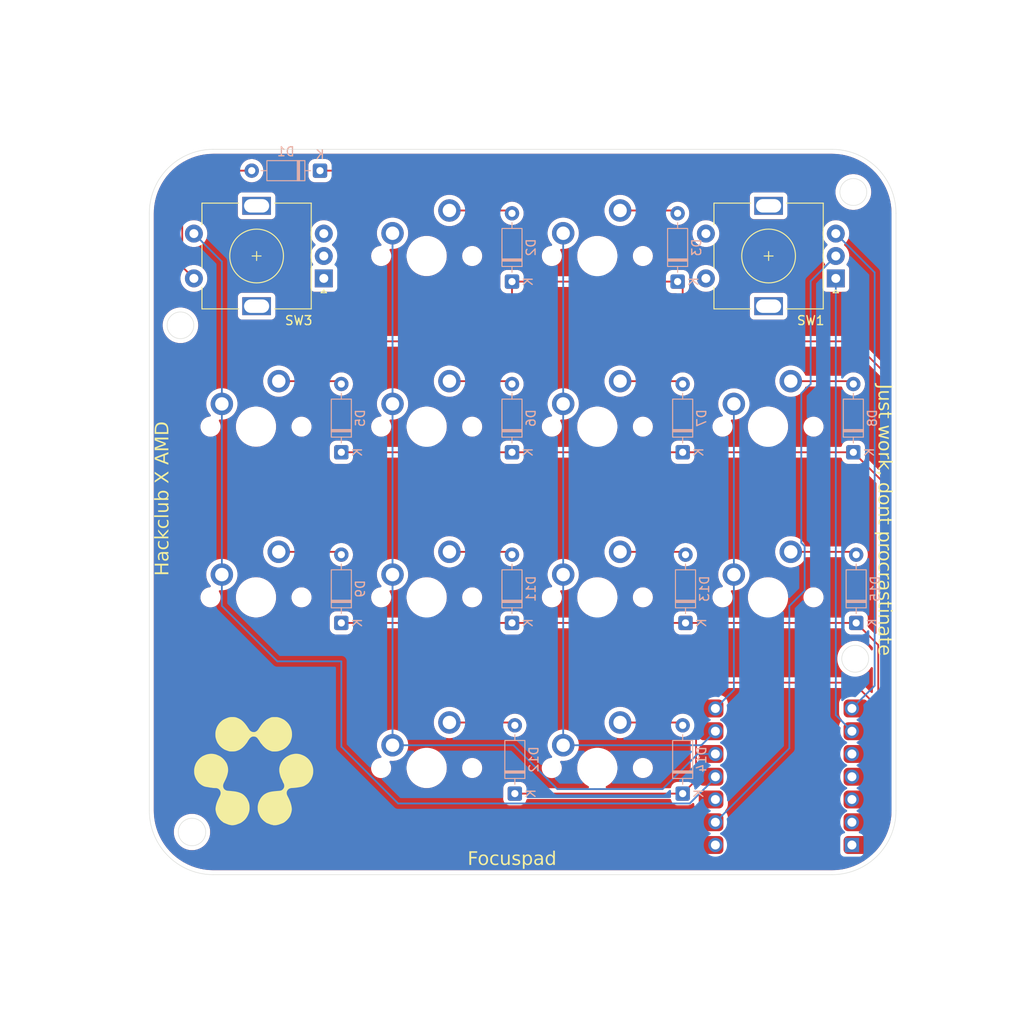
<source format=kicad_pcb>
(kicad_pcb (version 20241229) (generator "pcbnew") (generator_version "9.0")
  (layers (0 "F.Cu" signal) (2 "B.Cu" signal) (13 "F.Paste" user) (15 "B.Paste" user) (5 "F.SilkS" user "F.Silkscreen") (7 "B.SilkS" user "B.Silkscreen") (1 "F.Mask" user) (3 "B.Mask" user) (25 "Edge.Cuts" user))
  (net 0 "")
  (net 1 "Net-(D2-A)")
  (net 2 "Row1")
  (net 3 "Net-(D3-A)")
  (net 4 "Row2")
  (net 5 "Net-(D5-A)")
  (net 6 "Net-(D6-A)")
  (net 7 "Net-(D7-A)")
  (net 8 "Net-(D8-A)")
  (net 9 "Net-(D9-A)")
  (net 10 "Column 2")
  (net 11 "Net-(D11-A)")
  (net 12 "Row4")
  (net 13 "Net-(D12-A)")
  (net 14 "Net-(D13-A)")
  (net 15 "Net-(D14-A)")
  (net 16 "Net-(D15-A)")
  (net 17 "Column 3")
  (net 18 "Column 1")
  (net 19 "Column 4")
  (net 20 "ENC2_1a")
  (net 21 "ENC2_1c")
  (net 24 "ENC2_1b")
  (net 30 "Net-(D1-A)")
  (footprint "Rotary_Encoder:RotaryEncoder_Alps_EC11E-Switch_Vertical_H20mm" (layer "F.Cu") (at 101.865 84.74 180)
    (property "Reference" "SW1" (at 2.8 -4.7 0) (layer "F.SilkS"))
    (property "Value" "RotaryEncoder_Switch")
    (pad "A" thru_hole rect (at 0 0 180) (size 2 2) (drill 1) (layers "*.Cu" "*.Mask") (net 20 "ENC2_1a"))
    (pad "B" thru_hole circle (at 0 5 180) (size 2 2) (drill 1) (layers "*.Cu" "*.Mask") (net 24 "ENC2_1b"))
    (pad "C" thru_hole circle (at 0 2.5 180) (size 2 2) (drill 1) (layers "*.Cu" "*.Mask") (net 21 "ENC2_1c"))
    (pad "MP" thru_hole rect (at 7.5 -3.1 180) (size 3.2 2) (drill oval 2.8 1.5) (layers "*.Cu" "*.Mask"))
    (pad "MP" thru_hole rect (at 7.5 8.1 180) (size 3.2 2) (drill oval 2.8 1.5) (layers "*.Cu" "*.Mask"))
    (pad "S1" thru_hole circle (at 14.5 5 180) (size 2 2) (drill 1) (layers "*.Cu" "*.Mask"))
    (pad "S2" thru_hole circle (at 14.5 0 180) (size 2 2) (drill 1) (layers "*.Cu" "*.Mask"))
  )
  (footprint "ScottoKeebs_Scotto:MX_Solder_1.00u" (layer "F.Cu") (at 56.1975 82.24)
    (property "Reference" "S2" (hide yes))
    (property "Value" "~")
    (pad "" np_thru_hole circle (at -5.08 0) (size 1.75 1.75) (drill 1.75) (layers "*.Cu" "*.Mask"))
    (pad "" np_thru_hole circle (at 0 0) (size 4 4) (drill 4) (layers "*.Cu" "*.Mask"))
    (pad "" np_thru_hole circle (at 5.08 0) (size 1.75 1.75) (drill 1.75) (layers "*.Cu" "*.Mask"))
    (pad "1" thru_hole circle (at -3.81 -2.54) (size 2.5 2.5) (drill 1.5) (layers "*.Cu" "*.Mask") (net 10 "Column 2"))
    (pad "2" thru_hole circle (at 2.54 -5.08) (size 2.5 2.5) (drill 1.5) (layers "*.Cu" "*.Mask") (net 1 "Net-(D2-A)"))
  )
  (footprint "ScottoKeebs_Scotto:MX_Solder_1.00u" (layer "F.Cu") (at 75.2475 139.39)
    (property "Reference" "S14" (hide yes))
    (property "Value" "~")
    (pad "" np_thru_hole circle (at -5.08 0) (size 1.75 1.75) (drill 1.75) (layers "*.Cu" "*.Mask"))
    (pad "" np_thru_hole circle (at 0 0) (size 4 4) (drill 4) (layers "*.Cu" "*.Mask"))
    (pad "" np_thru_hole circle (at 5.08 0) (size 1.75 1.75) (drill 1.75) (layers "*.Cu" "*.Mask"))
    (pad "1" thru_hole circle (at -3.81 -2.54) (size 2.5 2.5) (drill 1.5) (layers "*.Cu" "*.Mask") (net 17 "Column 3"))
    (pad "2" thru_hole circle (at 2.54 -5.08) (size 2.5 2.5) (drill 1.5) (layers "*.Cu" "*.Mask") (net 15 "Net-(D14-A)"))
  )
  (footprint "ScottoKeebs_Scotto:MX_Solder_1.00u" (layer "F.Cu") (at 75.2475 101.29)
    (property "Reference" "S7" (hide yes))
    (property "Value" "~")
    (pad "" np_thru_hole circle (at -5.08 0) (size 1.75 1.75) (drill 1.75) (layers "*.Cu" "*.Mask"))
    (pad "" np_thru_hole circle (at 0 0) (size 4 4) (drill 4) (layers "*.Cu" "*.Mask"))
    (pad "" np_thru_hole circle (at 5.08 0) (size 1.75 1.75) (drill 1.75) (layers "*.Cu" "*.Mask"))
    (pad "1" thru_hole circle (at -3.81 -2.54) (size 2.5 2.5) (drill 1.5) (layers "*.Cu" "*.Mask") (net 17 "Column 3"))
    (pad "2" thru_hole circle (at 2.54 -5.08) (size 2.5 2.5) (drill 1.5) (layers "*.Cu" "*.Mask") (net 7 "Net-(D7-A)"))
  )
  (footprint "ScottoKeebs_Scotto:MX_Solder_1.00u" (layer "F.Cu") (at 94.2975 101.29)
    (property "Reference" "S8" (hide yes))
    (property "Value" "~")
    (pad "" np_thru_hole circle (at -5.08 0) (size 1.75 1.75) (drill 1.75) (layers "*.Cu" "*.Mask"))
    (pad "" np_thru_hole circle (at 0 0) (size 4 4) (drill 4) (layers "*.Cu" "*.Mask"))
    (pad "" np_thru_hole circle (at 5.08 0) (size 1.75 1.75) (drill 1.75) (layers "*.Cu" "*.Mask"))
    (pad "1" thru_hole circle (at -3.81 -2.54) (size 2.5 2.5) (drill 1.5) (layers "*.Cu" "*.Mask") (net 19 "Column 4"))
    (pad "2" thru_hole circle (at 2.54 -5.08) (size 2.5 2.5) (drill 1.5) (layers "*.Cu" "*.Mask") (net 8 "Net-(D8-A)"))
  )
  (footprint "ScottoKeebs_Scotto:MX_Solder_1.00u" (layer "F.Cu") (at 56.1975 120.34)
    (property "Reference" "S11" (hide yes))
    (property "Value" "~")
    (pad "" np_thru_hole circle (at -5.08 0) (size 1.75 1.75) (drill 1.75) (layers "*.Cu" "*.Mask"))
    (pad "" np_thru_hole circle (at 0 0) (size 4 4) (drill 4) (layers "*.Cu" "*.Mask"))
    (pad "" np_thru_hole circle (at 5.08 0) (size 1.75 1.75) (drill 1.75) (layers "*.Cu" "*.Mask"))
    (pad "1" thru_hole circle (at -3.81 -2.54) (size 2.5 2.5) (drill 1.5) (layers "*.Cu" "*.Mask") (net 10 "Column 2"))
    (pad "2" thru_hole circle (at 2.54 -5.08) (size 2.5 2.5) (drill 1.5) (layers "*.Cu" "*.Mask") (net 11 "Net-(D11-A)"))
  )
  (footprint "ScottoKeebs_Scotto:MX_Solder_1.00u" (layer "F.Cu") (at 94.2975 120.34)
    (property "Reference" "S15" (hide yes))
    (property "Value" "~")
    (pad "" np_thru_hole circle (at -5.08 0) (size 1.75 1.75) (drill 1.75) (layers "*.Cu" "*.Mask"))
    (pad "" np_thru_hole circle (at 0 0) (size 4 4) (drill 4) (layers "*.Cu" "*.Mask"))
    (pad "" np_thru_hole circle (at 5.08 0) (size 1.75 1.75) (drill 1.75) (layers "*.Cu" "*.Mask"))
    (pad "1" thru_hole circle (at -3.81 -2.54) (size 2.5 2.5) (drill 1.5) (layers "*.Cu" "*.Mask") (net 19 "Column 4"))
    (pad "2" thru_hole circle (at 2.54 -5.08) (size 2.5 2.5) (drill 1.5) (layers "*.Cu" "*.Mask") (net 16 "Net-(D15-A)"))
  )
  (footprint "ScottoKeebs_Scotto:MX_Solder_1.00u" (layer "F.Cu") (at 75.2475 82.24)
    (property "Reference" "S3" (hide yes))
    (property "Value" "~")
    (pad "" np_thru_hole circle (at -5.08 0) (size 1.75 1.75) (drill 1.75) (layers "*.Cu" "*.Mask"))
    (pad "" np_thru_hole circle (at 0 0) (size 4 4) (drill 4) (layers "*.Cu" "*.Mask"))
    (pad "" np_thru_hole circle (at 5.08 0) (size 1.75 1.75) (drill 1.75) (layers "*.Cu" "*.Mask"))
    (pad "1" thru_hole circle (at -3.81 -2.54) (size 2.5 2.5) (drill 1.5) (layers "*.Cu" "*.Mask") (net 17 "Column 3"))
    (pad "2" thru_hole circle (at 2.54 -5.08) (size 2.5 2.5) (drill 1.5) (layers "*.Cu" "*.Mask") (net 3 "Net-(D3-A)"))
  )
  (footprint "ScottoKeebs_Scotto:MX_Solder_1.00u" (layer "F.Cu") (at 56.1975 101.29)
    (property "Reference" "S6" (hide yes))
    (property "Value" "~")
    (pad "" np_thru_hole circle (at -5.08 0) (size 1.75 1.75) (drill 1.75) (layers "*.Cu" "*.Mask"))
    (pad "" np_thru_hole circle (at 0 0) (size 4 4) (drill 4) (layers "*.Cu" "*.Mask"))
    (pad "" np_thru_hole circle (at 5.08 0) (size 1.75 1.75) (drill 1.75) (layers "*.Cu" "*.Mask"))
    (pad "1" thru_hole circle (at -3.81 -2.54) (size 2.5 2.5) (drill 1.5) (layers "*.Cu" "*.Mask") (net 10 "Column 2"))
    (pad "2" thru_hole circle (at 2.54 -5.08) (size 2.5 2.5) (drill 1.5) (layers "*.Cu" "*.Mask") (net 6 "Net-(D6-A)"))
  )
  (footprint "ScottoKeebs_Scotto:MX_Solder_1.00u" (layer "F.Cu") (at 37.1475 120.34)
    (property "Reference" "S9" (hide yes))
    (property "Value" "~")
    (pad "" np_thru_hole circle (at -5.08 0) (size 1.75 1.75) (drill 1.75) (layers "*.Cu" "*.Mask"))
    (pad "" np_thru_hole circle (at 0 0) (size 4 4) (drill 4) (layers "*.Cu" "*.Mask"))
    (pad "" np_thru_hole circle (at 5.08 0) (size 1.75 1.75) (drill 1.75) (layers "*.Cu" "*.Mask"))
    (pad "1" thru_hole circle (at -3.81 -2.54) (size 2.5 2.5) (drill 1.5) (layers "*.Cu" "*.Mask") (net 18 "Column 1"))
    (pad "2" thru_hole circle (at 2.54 -5.08) (size 2.5 2.5) (drill 1.5) (layers "*.Cu" "*.Mask") (net 9 "Net-(D9-A)"))
  )
  (footprint "Logo_v1:Obrazur Logov4" (layer "F.Cu") (at 37.1475 139.39)
    (property "Reference" "G***" (hide yes))
    (property "Value" "LOGO" (hide yes))
  )
  (footprint "ScottoKeebs_Scotto:MX_Solder_1.00u" (layer "F.Cu") (at 37.1475 101.29)
    (property "Reference" "S5" (hide yes))
    (property "Value" "~")
    (pad "" np_thru_hole circle (at -5.08 0) (size 1.75 1.75) (drill 1.75) (layers "*.Cu" "*.Mask"))
    (pad "" np_thru_hole circle (at 0 0) (size 4 4) (drill 4) (layers "*.Cu" "*.Mask"))
    (pad "" np_thru_hole circle (at 5.08 0) (size 1.75 1.75) (drill 1.75) (layers "*.Cu" "*.Mask"))
    (pad "1" thru_hole circle (at -3.81 -2.54) (size 2.5 2.5) (drill 1.5) (layers "*.Cu" "*.Mask") (net 18 "Column 1"))
    (pad "2" thru_hole circle (at 2.54 -5.08) (size 2.5 2.5) (drill 1.5) (layers "*.Cu" "*.Mask") (net 5 "Net-(D5-A)"))
  )
  (footprint "ScottoKeebs_Scotto:MX_Solder_1.00u" (layer "F.Cu") (at 56.1975 139.39)
    (property "Reference" "S12" (hide yes))
    (property "Value" "~")
    (pad "" np_thru_hole circle (at -5.08 0) (size 1.75 1.75) (drill 1.75) (layers "*.Cu" "*.Mask"))
    (pad "" np_thru_hole circle (at 0 0) (size 4 4) (drill 4) (layers "*.Cu" "*.Mask"))
    (pad "" np_thru_hole circle (at 5.08 0) (size 1.75 1.75) (drill 1.75) (layers "*.Cu" "*.Mask"))
    (pad "1" thru_hole circle (at -3.81 -2.54) (size 2.5 2.5) (drill 1.5) (layers "*.Cu" "*.Mask") (net 10 "Column 2"))
    (pad "2" thru_hole circle (at 2.54 -5.08) (size 2.5 2.5) (drill 1.5) (layers "*.Cu" "*.Mask") (net 13 "Net-(D12-A)"))
  )
  (footprint "ScottoKeebs_MCU:Seeed_XIAO_RP2040" (layer "F.Cu") (at 96.04375 140.365 180)
    (property "Reference" "U1" (hide yes))
    (property "Value" "MCU_Seeed_XIAO_RP2040")
    (pad "1" smd roundrect (at -8.065 -7.62 180) (size 2.75 2) (layers "F.Cu" "F.Mask" "F.Paste"))
    (pad "1" thru_hole rect (at -7.62 -7.62 270) (size 1.6 1.6) (drill 1) (layers "*.Cu" "*.Mask"))
    (pad "2" smd roundrect (at -8.065 -5.08 180) (size 2.75 2) (layers "F.Cu" "F.Mask" "F.Paste") (net 2 "Row1"))
    (pad "2" thru_hole circle (at -7.62 -5.08 270) (size 1.6 1.6) (drill 1) (layers "*.Cu" "*.Mask") (net 2 "Row1"))
    (pad "3" smd roundrect (at -8.065 -2.54 180) (size 2.75 2) (layers "F.Cu" "F.Mask" "F.Paste") (net 4 "Row2"))
    (pad "3" thru_hole circle (at -7.62 -2.54 270) (size 1.6 1.6) (drill 1) (layers "*.Cu" "*.Mask") (net 4 "Row2"))
    (pad "4" smd roundrect (at -8.065 0 180) (size 2.75 2) (layers "F.Cu" "F.Mask" "F.Paste") (net 10 "Column 2"))
    (pad "4" thru_hole circle (at -7.62 0 270) (size 1.6 1.6) (drill 1) (layers "*.Cu" "*.Mask") (net 10 "Column 2"))
    (pad "5" smd roundrect (at -8.065 2.54 180) (size 2.75 2) (layers "F.Cu" "F.Mask" "F.Paste") (net 12 "Row4"))
    (pad "5" thru_hole circle (at -7.62 2.54 270) (size 1.6 1.6) (drill 1) (layers "*.Cu" "*.Mask") (net 12 "Row4"))
    (pad "6" smd roundrect (at -8.065 5.08 180) (size 2.75 2) (layers "F.Cu" "F.Mask" "F.Paste") (net 20 "ENC2_1a"))
    (pad "6" thru_hole circle (at -7.62 5.08 270) (size 1.6 1.6) (drill 1) (layers "*.Cu" "*.Mask") (net 20 "ENC2_1a"))
    (pad "7" smd roundrect (at -8.065 7.62 180) (size 2.75 2) (layers "F.Cu" "F.Mask" "F.Paste") (net 24 "ENC2_1b"))
    (pad "7" thru_hole circle (at -7.62 7.62 270) (size 1.6 1.6) (drill 1) (layers "*.Cu" "*.Mask") (net 24 "ENC2_1b"))
    (pad "8" thru_hole circle (at 7.62 7.62 270) (size 1.6 1.6) (drill 1) (layers "*.Cu" "*.Mask") (net 19 "Column 4"))
    (pad "8" smd roundrect (at 8.1 7.62 180) (size 2.75 2) (layers "F.Cu" "F.Mask" "F.Paste") (net 19 "Column 4"))
    (pad "9" thru_hole circle (at 7.62 5.08 270) (size 1.6 1.6) (drill 1) (layers "*.Cu" "*.Mask") (net 17 "Column 3"))
    (pad "9" smd roundrect (at 8.1 5.08 180) (size 2.75 2) (layers "F.Cu" "F.Mask" "F.Paste") (net 17 "Column 3"))
    (pad "10" thru_hole circle (at 7.62 2.54 270) (size 1.6 1.6) (drill 1) (layers "*.Cu" "*.Mask") (net 10 "Column 2"))
    (pad "10" smd roundrect (at 8.1 2.54 180) (size 2.75 2) (layers "F.Cu" "F.Mask" "F.Paste") (net 10 "Column 2"))
    (pad "11" thru_hole circle (at 7.62 0 270) (size 1.6 1.6) (drill 1) (layers "*.Cu" "*.Mask") (net 18 "Column 1"))
    (pad "11" smd roundrect (at 8.1 0 180) (size 2.75 2) (layers "F.Cu" "F.Mask" "F.Paste") (net 18 "Column 1"))
    (pad "12" thru_hole circle (at 7.62 -2.54 270) (size 1.6 1.6) (drill 1) (layers "*.Cu" "*.Mask"))
    (pad "12" smd roundrect (at 8.1 -2.54 180) (size 2.75 2) (layers "F.Cu" "F.Mask" "F.Paste"))
    (pad "13" thru_hole circle (at 7.62 -5.08 270) (size 1.6 1.6) (drill 1) (layers "*.Cu" "*.Mask") (net 21 "ENC2_1c"))
    (pad "13" smd roundrect (at 8.1 -5.08 180) (size 2.75 2) (layers "F.Cu" "F.Mask" "F.Paste") (net 21 "ENC2_1c"))
    (pad "14" thru_hole circle (at 7.62 -7.62 270) (size 1.6 1.6) (drill 1) (layers "*.Cu" "*.Mask"))
    (pad "14" smd roundrect (at 8.1 -7.62 180) (size 2.75 2) (layers "F.Cu" "F.Mask" "F.Paste"))
  )
  (footprint "ScottoKeebs_Scotto:MX_Solder_1.00u" (layer "F.Cu") (at 75.2475 120.34)
    (property "Reference" "S13" (hide yes))
    (property "Value" "~")
    (pad "" np_thru_hole circle (at -5.08 0) (size 1.75 1.75) (drill 1.75) (layers "*.Cu" "*.Mask"))
    (pad "" np_thru_hole circle (at 0 0) (size 4 4) (drill 4) (layers "*.Cu" "*.Mask"))
    (pad "" np_thru_hole circle (at 5.08 0) (size 1.75 1.75) (drill 1.75) (layers "*.Cu" "*.Mask"))
    (pad "1" thru_hole circle (at -3.81 -2.54) (size 2.5 2.5) (drill 1.5) (layers "*.Cu" "*.Mask") (net 17 "Column 3"))
    (pad "2" thru_hole circle (at 2.54 -5.08) (size 2.5 2.5) (drill 1.5) (layers "*.Cu" "*.Mask") (net 14 "Net-(D13-A)"))
  )
  (footprint "Rotary_Encoder:RotaryEncoder_Alps_EC11E-Switch_Vertical_H20mm" (layer "F.Cu") (at 44.715 84.74 180)
    (property "Reference" "SW3" (at 2.8 -4.7 0) (layer "F.SilkS"))
    (property "Value" "RotaryEncoder_Switch")
    (pad "A" thru_hole rect (at 0 0 180) (size 2 2) (drill 1) (layers "*.Cu" "*.Mask"))
    (pad "B" thru_hole circle (at 0 5 180) (size 2 2) (drill 1) (layers "*.Cu" "*.Mask"))
    (pad "C" thru_hole circle (at 0 2.5 180) (size 2 2) (drill 1) (layers "*.Cu" "*.Mask"))
    (pad "MP" thru_hole rect (at 7.5 -3.1 180) (size 3.2 2) (drill oval 2.8 1.5) (layers "*.Cu" "*.Mask"))
    (pad "MP" thru_hole rect (at 7.5 8.1 180) (size 3.2 2) (drill oval 2.8 1.5) (layers "*.Cu" "*.Mask"))
    (pad "S1" thru_hole circle (at 14.5 5 180) (size 2 2) (drill 1) (layers "*.Cu" "*.Mask") (net 18 "Column 1"))
    (pad "S2" thru_hole circle (at 14.5 0 180) (size 2 2) (drill 1) (layers "*.Cu" "*.Mask") (net 30 "Net-(D1-A)"))
  )
  (footprint "Diode_THT:D_DO-35_SOD27_P7.62mm_Horizontal" (layer "B.Cu") (at 85.09 123.1975 90)
    (property "Reference" "D13" (at 3.81 2.12 90) (layer "B.SilkS") (effects (justify mirror)))
    (property "Value" "~")
    (fp_text user "K" (at 0 1.8 90) (layer "B.SilkS") (effects (justify mirror)))
    (pad "1" thru_hole roundrect (at 0 0 90) (size 1.6 1.6) (drill 0.8) (layers "*.Cu" "*.Mask") (roundrect_rratio 0.15625) (net 10 "Column 2"))
    (pad "2" thru_hole circle (at 7.62 0 90) (size 1.6 1.6) (drill 0.8) (layers "*.Cu" "*.Mask") (net 14 "Net-(D13-A)"))
  )
  (footprint "Diode_THT:D_DO-35_SOD27_P7.62mm_Horizontal" (layer "B.Cu") (at 84.7725 142.2475 90)
    (property "Reference" "D14" (at 3.81 2.12 90) (layer "B.SilkS") (effects (justify mirror)))
    (property "Value" "~")
    (fp_text user "K" (at 0 1.8 90) (layer "B.SilkS") (effects (justify mirror)))
    (pad "1" thru_hole roundrect (at 0 0 90) (size 1.6 1.6) (drill 0.8) (layers "*.Cu" "*.Mask") (roundrect_rratio 0.15625) (net 12 "Row4"))
    (pad "2" thru_hole circle (at 7.62 0 90) (size 1.6 1.6) (drill 0.8) (layers "*.Cu" "*.Mask") (net 15 "Net-(D14-A)"))
  )
  (footprint "Diode_THT:D_DO-35_SOD27_P7.62mm_Horizontal" (layer "B.Cu") (at 65.7225 104.1475 90)
    (property "Reference" "D6" (at 3.81 2.12 90) (layer "B.SilkS") (effects (justify mirror)))
    (property "Value" "~")
    (fp_text user "K" (at 0 1.8 90) (layer "B.SilkS") (effects (justify mirror)))
    (pad "1" thru_hole roundrect (at 0 0 90) (size 1.6 1.6) (drill 0.8) (layers "*.Cu" "*.Mask") (roundrect_rratio 0.15625) (net 4 "Row2"))
    (pad "2" thru_hole circle (at 7.62 0 90) (size 1.6 1.6) (drill 0.8) (layers "*.Cu" "*.Mask") (net 6 "Net-(D6-A)"))
  )
  (footprint "Diode_THT:D_DO-35_SOD27_P7.62mm_Horizontal" (layer "B.Cu") (at 84.20875 85.0975 90)
    (property "Reference" "D3" (at 3.81 2.12 90) (layer "B.SilkS") (effects (justify mirror)))
    (property "Value" "~")
    (fp_text user "K" (at 0 1.8 90) (layer "B.SilkS") (effects (justify mirror)))
    (pad "1" thru_hole roundrect (at 0 0 90) (size 1.6 1.6) (drill 0.8) (layers "*.Cu" "*.Mask") (roundrect_rratio 0.15625) (net 2 "Row1"))
    (pad "2" thru_hole circle (at 7.62 0 90) (size 1.6 1.6) (drill 0.8) (layers "*.Cu" "*.Mask") (net 3 "Net-(D3-A)"))
  )
  (footprint "Diode_THT:D_DO-35_SOD27_P7.62mm_Horizontal" (layer "B.Cu") (at 46.6725 123.1975 90)
    (property "Reference" "D9" (at 3.81 2.12 90) (layer "B.SilkS") (effects (justify mirror)))
    (property "Value" "~")
    (fp_text user "K" (at 0 1.8 90) (layer "B.SilkS") (effects (justify mirror)))
    (pad "1" thru_hole roundrect (at 0 0 90) (size 1.6 1.6) (drill 0.8) (layers "*.Cu" "*.Mask") (roundrect_rratio 0.15625) (net 10 "Column 2"))
    (pad "2" thru_hole circle (at 7.62 0 90) (size 1.6 1.6) (drill 0.8) (layers "*.Cu" "*.Mask") (net 9 "Net-(D9-A)"))
  )
  (footprint "Diode_THT:D_DO-35_SOD27_P7.62mm_Horizontal" (layer "B.Cu") (at 104.14 123.1975 90)
    (property "Reference" "D15" (at 3.81 2.12 90) (layer "B.SilkS") (effects (justify mirror)))
    (property "Value" "~")
    (fp_text user "K" (at 0 1.8 90) (layer "B.SilkS") (effects (justify mirror)))
    (pad "1" thru_hole roundrect (at 0 0 90) (size 1.6 1.6) (drill 0.8) (layers "*.Cu" "*.Mask") (roundrect_rratio 0.15625) (net 10 "Column 2"))
    (pad "2" thru_hole circle (at 7.62 0 90) (size 1.6 1.6) (drill 0.8) (layers "*.Cu" "*.Mask") (net 16 "Net-(D15-A)"))
  )
  (footprint "Diode_THT:D_DO-35_SOD27_P7.62mm_Horizontal" (layer "B.Cu") (at 65.7225 85.0975 90)
    (property "Reference" "D2" (at 3.81 2.12 90) (layer "B.SilkS") (effects (justify mirror)))
    (property "Value" "~")
    (fp_text user "K" (at 0 1.8 90) (layer "B.SilkS") (effects (justify mirror)))
    (pad "1" thru_hole roundrect (at 0 0 90) (size 1.6 1.6) (drill 0.8) (layers "*.Cu" "*.Mask") (roundrect_rratio 0.15625) (net 2 "Row1"))
    (pad "2" thru_hole circle (at 7.62 0 90) (size 1.6 1.6) (drill 0.8) (layers "*.Cu" "*.Mask") (net 1 "Net-(D2-A)"))
  )
  (footprint "Diode_THT:D_DO-35_SOD27_P7.62mm_Horizontal" (layer "B.Cu") (at 84.7725 104.1475 90)
    (property "Reference" "D7" (at 3.81 2.12 90) (layer "B.SilkS") (effects (justify mirror)))
    (property "Value" "~")
    (fp_text user "K" (at 0 1.8 90) (layer "B.SilkS") (effects (justify mirror)))
    (pad "1" thru_hole roundrect (at 0 0 90) (size 1.6 1.6) (drill 0.8) (layers "*.Cu" "*.Mask") (roundrect_rratio 0.15625) (net 4 "Row2"))
    (pad "2" thru_hole circle (at 7.62 0 90) (size 1.6 1.6) (drill 0.8) (layers "*.Cu" "*.Mask") (net 7 "Net-(D7-A)"))
  )
  (footprint "Diode_THT:D_DO-35_SOD27_P7.62mm_Horizontal" (layer "B.Cu") (at 103.8225 104.1475 90)
    (property "Reference" "D8" (at 3.81 2.12 90) (layer "B.SilkS") (effects (justify mirror)))
    (property "Value" "~")
    (fp_text user "K" (at 0 1.8 90) (layer "B.SilkS") (effects (justify mirror)))
    (pad "1" thru_hole roundrect (at 0 0 90) (size 1.6 1.6) (drill 0.8) (layers "*.Cu" "*.Mask") (roundrect_rratio 0.15625) (net 4 "Row2"))
    (pad "2" thru_hole circle (at 7.62 0 90) (size 1.6 1.6) (drill 0.8) (layers "*.Cu" "*.Mask") (net 8 "Net-(D8-A)"))
  )
  (footprint "Diode_THT:D_DO-35_SOD27_P7.62mm_Horizontal" (layer "B.Cu") (at 44.29125 72.715 180)
    (property "Reference" "D1" (at 3.81 2.12 0) (layer "B.SilkS") (effects (justify mirror)))
    (property "Value" "~")
    (fp_text user "K" (at 0 1.8 0) (layer "B.SilkS") (effects (justify mirror)))
    (pad "1" thru_hole roundrect (at 0 0 180) (size 1.6 1.6) (drill 0.8) (layers "*.Cu" "*.Mask") (roundrect_rratio 0.15625) (net 2 "Row1"))
    (pad "2" thru_hole circle (at 7.62 0 180) (size 1.6 1.6) (drill 0.8) (layers "*.Cu" "*.Mask") (net 30 "Net-(D1-A)"))
  )
  (footprint "Diode_THT:D_DO-35_SOD27_P7.62mm_Horizontal" (layer "B.Cu") (at 46.6725 104.1475 90)
    (property "Reference" "D5" (at 3.81 2.12 90) (layer "B.SilkS") (effects (justify mirror)))
    (property "Value" "~")
    (fp_text user "K" (at 0 1.8 90) (layer "B.SilkS") (effects (justify mirror)))
    (pad "1" thru_hole roundrect (at 0 0 90) (size 1.6 1.6) (drill 0.8) (layers "*.Cu" "*.Mask") (roundrect_rratio 0.15625) (net 4 "Row2"))
    (pad "2" thru_hole circle (at 7.62 0 90) (size 1.6 1.6) (drill 0.8) (layers "*.Cu" "*.Mask") (net 5 "Net-(D5-A)"))
  )
  (footprint "Diode_THT:D_DO-35_SOD27_P7.62mm_Horizontal" (layer "B.Cu") (at 65.7225 123.1975 90)
    (property "Reference" "D11" (at 3.81 2.12 90) (layer "B.SilkS") (effects (justify mirror)))
    (property "Value" "~")
    (fp_text user "K" (at 0 1.8 90) (layer "B.SilkS") (effects (justify mirror)))
    (pad "1" thru_hole roundrect (at 0 0 90) (size 1.6 1.6) (drill 0.8) (layers "*.Cu" "*.Mask") (roundrect_rratio 0.15625) (net 10 "Column 2"))
    (pad "2" thru_hole circle (at 7.62 0 90) (size 1.6 1.6) (drill 0.8) (layers "*.Cu" "*.Mask") (net 11 "Net-(D11-A)"))
  )
  (footprint "Diode_THT:D_DO-35_SOD27_P7.62mm_Horizontal" (layer "B.Cu") (at 66.04 142.2475 90)
    (property "Reference" "D12" (at 3.81 2.12 90) (layer "B.SilkS") (effects (justify mirror)))
    (property "Value" "~")
    (fp_text user "K" (at 0 1.8 90) (layer "B.SilkS") (effects (justify mirror)))
    (pad "1" thru_hole roundrect (at 0 0 90) (size 1.6 1.6) (drill 0.8) (layers "*.Cu" "*.Mask") (roundrect_rratio 0.15625) (net 12 "Row4"))
    (pad "2" thru_hole circle (at 7.62 0 90) (size 1.6 1.6) (drill 0.8) (layers "*.Cu" "*.Mask") (net 13 "Net-(D12-A)"))
  )
  (gr_circle (center 103.8225 75.09625) (end 102.3225 75.115) (stroke (width 0.05)) (fill no) (layer "Edge.Cuts"))
  (gr_circle (center 104.0325 127.195) (end 104.0125 125.695) (stroke (width 0.05)) (fill no) (layer "Edge.Cuts"))
  (gr_circle (center 30.00375 146.53375) (end 28.4725 146.515) (stroke (width 0.05)) (fill no) (layer "Edge.Cuts"))
  (gr_arc (start 101.44125 70.33375) (mid 106.492644 72.426106) (end 108.585 77.4775) (stroke (width 0.05)) (layer "Edge.Cuts"))
  (gr_arc (start 108.585 144.1525) (mid 106.492644 149.203894) (end 101.44125 151.29625) (stroke (width 0.05)) (layer "Edge.Cuts"))
  (gr_line (start 108.585 144.1525) (end 108.585 77.4775) (stroke (width 0.05)) (layer "Edge.Cuts"))
  (gr_line (start 101.44125 70.33375) (end 32.385 70.333477) (stroke (width 0.05)) (layer "Edge.Cuts"))
  (gr_line (start 25.241251 77.54) (end 25.24125 144.1525) (stroke (width 0.05)) (layer "Edge.Cuts"))
  (gr_circle (center 28.715 89.975) (end 28.715 91.465) (stroke (width 0.05)) (fill no) (layer "Edge.Cuts"))
  (gr_arc (start 25.24125 77.54) (mid 27.311364 72.448058) (end 32.385 70.333477) (stroke (width 0.05)) (layer "Edge.Cuts"))
  (gr_line (start 32.385 151.29625) (end 101.44125 151.29625) (stroke (width 0.05)) (layer "Edge.Cuts"))
  (gr_arc (start 32.385 151.29625) (mid 27.333606 149.203894) (end 25.24125 144.1525) (stroke (width 0.05)) (layer "Edge.Cuts"))
  (gr_text "Just work, dont procrastinate" (at 106.3825 96.5275 270) (layer "F.SilkS") (effects (font (size 1.5 1.5) (thickness 0.1)) (justify left bottom)))
  (gr_text "Focuspad" (at 60.7525 150.465 0) (layer "F.SilkS") (effects (font (size 1.5 1.5) (thickness 0.1)) (justify left bottom)))
  (gr_text "Hackclub X AMD" (at 27.6225 117.95875 90) (layer "F.SilkS") (effects (font (size 1.5 1.5) (thickness 0.1)) (justify left bottom)))
  (segment (start 65.405 77.16) (end 65.7225 77.4775) (width 0.2) (layer "F.Cu") (net 1))
  (segment (start 58.7375 77.16) (end 65.405 77.16) (width 0.2) (layer "F.Cu") (net 1))
  (segment (start 65.7225 85.0975) (end 84.20875 85.0975) (width 0.2) (layer "F.Cu") (net 2))
  (segment (start 65.7225 85.0975) (end 65.7225 91.765) (width 0.2) (layer "F.Cu") (net 2))
  (segment (start 44.29125 72.715) (end 46.6725 72.715) (width 0.2) (layer "F.Cu") (net 2))
  (segment (start 84.7725 91.765) (end 103.8225 91.765) (width 0.2) (layer "F.Cu") (net 2))
  (segment (start 103.8225 91.765) (end 107.40675 95.34925) (width 0.2) (layer "F.Cu") (net 2))
  (segment (start 84.7725 85.66125) (end 84.7725 91.765) (width 0.2) (layer "F.Cu") (net 2))
  (segment (start 46.6725 91.765) (end 46.6725 72.715) (width 0.2) (layer "F.Cu") (net 2))
  (segment (start 65.7225 91.765) (end 46.6725 91.765) (width 0.2) (layer "F.Cu") (net 2))
  (segment (start 84.20875 85.0975) (end 84.7725 85.66125) (width 0.2) (layer "F.Cu") (net 2))
  (segment (start 107.40675 95.34925) (end 107.40675 142.147) (width 0.2) (layer "F.Cu") (net 2))
  (segment (start 107.40675 142.147) (end 104.10875 145.445) (width 0.2) (layer "F.Cu") (net 2))
  (segment (start 83.89125 77.16) (end 84.20875 77.4775) (width 0.2) (layer "F.Cu") (net 3))
  (segment (start 77.7875 77.16) (end 83.89125 77.16) (width 0.2) (layer "F.Cu") (net 3))
  (segment (start 84.7725 104.1475) (end 103.8225 104.1475) (width 0.2) (layer "F.Cu") (net 4))
  (segment (start 103.8225 104.1475) (end 107.00575 107.33075) (width 0.2) (layer "F.Cu") (net 4))
  (segment (start 107.00575 140.008) (end 104.10875 142.905) (width 0.2) (layer "F.Cu") (net 4))
  (segment (start 46.6725 104.1475) (end 65.7225 104.1475) (width 0.2) (layer "F.Cu") (net 4))
  (segment (start 107.00575 107.33075) (end 107.00575 140.008) (width 0.2) (layer "F.Cu") (net 4))
  (segment (start 65.7225 104.1475) (end 84.7725 104.1475) (width 0.2) (layer "F.Cu") (net 4))
  (segment (start 46.355 96.21) (end 46.6725 96.5275) (width 0.2) (layer "F.Cu") (net 5))
  (segment (start 39.6875 96.21) (end 46.355 96.21) (width 0.2) (layer "F.Cu") (net 5))
  (segment (start 65.405 96.21) (end 65.7225 96.5275) (width 0.2) (layer "F.Cu") (net 6))
  (segment (start 58.7375 96.21) (end 65.405 96.21) (width 0.2) (layer "F.Cu") (net 6))
  (segment (start 84.455 96.21) (end 84.7725 96.5275) (width 0.2) (layer "F.Cu") (net 7))
  (segment (start 77.7875 96.21) (end 84.455 96.21) (width 0.2) (layer "F.Cu") (net 7))
  (segment (start 96.8375 96.21) (end 103.505 96.21) (width 0.2) (layer "F.Cu") (net 8))
  (segment (start 103.505 96.21) (end 103.8225 96.5275) (width 0.2) (layer "F.Cu") (net 8))
  (segment (start 39.6875 115.26) (end 46.355 115.26) (width 0.2) (layer "F.Cu") (net 9))
  (segment (start 46.355 115.26) (end 46.6725 115.5775) (width 0.2) (layer "F.Cu") (net 9))
  (segment (start 106.60475 125.66225) (end 106.60475 137.869) (width 0.2) (layer "F.Cu") (net 10))
  (segment (start 104.14 123.1975) (end 106.60475 125.66225) (width 0.2) (layer "F.Cu") (net 10))
  (segment (start 85.09 123.1975) (end 104.14 123.1975) (width 0.2) (layer "F.Cu") (net 10))
  (segment (start 65.7225 123.1975) (end 85.09 123.1975) (width 0.2) (layer "F.Cu") (net 10))
  (segment (start 106.60475 137.869) (end 104.10875 140.365) (width 0.2) (layer "F.Cu") (net 10))
  (segment (start 46.6725 123.1975) (end 65.7225 123.1975) (width 0.2) (layer "F.Cu") (net 10))
  (segment (start 52.3875 136.85) (end 65.893674 136.85) (width 0.2) (layer "B.Cu") (net 10))
  (segment (start 70.784674 141.741) (end 82.53485 141.741) (width 0.2) (layer "B.Cu") (net 10))
  (segment (start 82.53485 141.741) (end 86.45085 137.825) (width 0.2) (layer "B.Cu") (net 10))
  (segment (start 86.45085 137.825) (end 88.42375 137.825) (width 0.2) (layer "B.Cu") (net 10))
  (segment (start 65.893674 136.85) (end 70.784674 141.741) (width 0.2) (layer "B.Cu") (net 10))
  (segment (start 52.3875 79.7) (end 52.3875 136.85) (width 0.2) (layer "B.Cu") (net 10))
  (segment (start 65.405 115.26) (end 65.7225 115.5775) (width 0.2) (layer "F.Cu") (net 11))
  (segment (start 58.7375 115.26) (end 65.405 115.26) (width 0.2) (layer "F.Cu") (net 11))
  (segment (start 86.26775 130.751) (end 87.15375 129.865) (width 0.2) (layer "F.Cu") (net 12))
  (segment (start 106.20375 132.24625) (end 106.20375 135.73) (width 0.2) (layer "F.Cu") (net 12))
  (segment (start 87.15375 129.865) (end 103.8225 129.865) (width 0.2) (layer "F.Cu") (net 12))
  (segment (start 103.8225 129.865) (end 106.20375 132.24625) (width 0.2) (layer "F.Cu") (net 12))
  (segment (start 86.26775 140.75225) (end 86.26775 130.751) (width 0.2) (layer "F.Cu") (net 12))
  (segment (start 66.04 142.2475) (end 84.7725 142.2475) (width 0.2) (layer "F.Cu") (net 12))
  (segment (start 84.7725 142.2475) (end 86.26775 140.75225) (width 0.2) (layer "F.Cu") (net 12))
  (segment (start 106.20375 135.73) (end 104.10875 137.825) (width 0.2) (layer "F.Cu") (net 12))
  (segment (start 65.7225 134.31) (end 66.04 134.6275) (width 0.2) (layer "F.Cu") (net 13))
  (segment (start 58.7375 134.31) (end 65.7225 134.31) (width 0.2) (layer "F.Cu") (net 13))
  (segment (start 77.7875 115.26) (end 84.7725 115.26) (width 0.2) (layer "F.Cu") (net 14))
  (segment (start 84.7725 115.26) (end 85.09 115.5775) (width 0.2) (layer "F.Cu") (net 14))
  (segment (start 84.455 134.31) (end 84.7725 134.6275) (width 0.2) (layer "F.Cu") (net 15))
  (segment (start 77.7875 134.31) (end 84.455 134.31) (width 0.2) (layer "F.Cu") (net 15))
  (segment (start 103.8225 115.26) (end 104.14 115.5775) (width 0.2) (layer "F.Cu") (net 16))
  (segment (start 96.8375 115.26) (end 103.8225 115.26) (width 0.2) (layer "F.Cu") (net 16))
  (segment (start 86.85875 136.85) (end 88.42375 135.285) (width 0.2) (layer "B.Cu") (net 17))
  (segment (start 71.4375 136.85) (end 86.85875 136.85) (width 0.2) (layer "B.Cu") (net 17))
  (segment (start 71.4375 136.85) (end 71.4375 79.7) (width 0.2) (layer "B.Cu") (net 17))
  (segment (start 46.6725 127.48375) (end 46.6725 137.00875) (width 0.2) (layer "B.Cu") (net 18))
  (segment (start 33.3375 121.2925) (end 39.52875 127.48375) (width 0.2) (layer "B.Cu") (net 18))
  (segment (start 88.42375 140.48241) (end 88.42375 140.365) (width 0.2) (layer "B.Cu") (net 18))
  (segment (start 33.3375 82.8625) (end 33.3375 98.75) (width 0.2) (layer "B.Cu") (net 18))
  (segment (start 85.55766 143.3485) (end 88.42375 140.48241) (width 0.2) (layer "B.Cu") (net 18))
  (segment (start 46.6725 137.00875) (end 53.01225 143.3485) (width 0.2) (layer "B.Cu") (net 18))
  (segment (start 33.3375 98.75) (end 33.3375 117.8) (width 0.2) (layer "B.Cu") (net 18))
  (segment (start 33.3375 117.8) (end 33.3375 121.2925) (width 0.2) (layer "B.Cu") (net 18))
  (segment (start 53.01225 143.3485) (end 85.55766 143.3485) (width 0.2) (layer "B.Cu") (net 18))
  (segment (start 39.52875 127.48375) (end 46.6725 127.48375) (width 0.2) (layer "B.Cu") (net 18))
  (segment (start 30.215 79.74) (end 33.3375 82.8625) (width 0.2) (layer "B.Cu") (net 18))
  (segment (start 90.4875 98.75) (end 90.4875 117.8) (width 0.2) (layer "B.Cu") (net 19))
  (segment (start 90.4875 117.8) (end 90.4875 130.68125) (width 0.2) (layer "B.Cu") (net 19))
  (segment (start 90.4875 130.68125) (end 88.42375 132.745) (width 0.2) (layer "B.Cu") (net 19))
  (segment (start 101.865 133.48625) (end 103.66375 135.285) (width 0.2) (layer "B.Cu") (net 20))
  (segment (start 101.865 84.74) (end 101.865 133.48625) (width 0.2) (layer "B.Cu") (net 20))
  (segment (start 98.013598 114.242652) (end 98.3885 114.617554) (width 0.2) (layer "B.Cu") (net 21))
  (segment (start 101.865 82.24) (end 99.06 85.045) (width 0.2) (layer "B.Cu") (net 21))
  (segment (start 99.06 85.045) (end 99.06 96.5275) (width 0.2) (layer "B.Cu") (net 21))
  (segment (start 98.3885 114.617554) (end 98.3885 119.595174) (width 0.2) (layer "B.Cu") (net 21))
  (segment (start 96.67875 137.19) (end 88.42375 145.445) (width 0.2) (layer "B.Cu") (net 21))
  (segment (start 98.013598 97.573902) (end 98.013598 114.242652) (width 0.2) (layer "B.Cu") (net 21))
  (segment (start 98.3885 119.595174) (end 96.67875 121.304924) (width 0.2) (layer "B.Cu") (net 21))
  (segment (start 99.06 96.5275) (end 98.013598 97.573902) (width 0.2) (layer "B.Cu") (net 21))
  (segment (start 96.67875 121.304924) (end 96.67875 137.19) (width 0.2) (layer "B.Cu") (net 21))
  (segment (start 101.865 79.74) (end 106.20375 84.07875) (width 0.2) (layer "B.Cu") (net 24))
  (segment (start 106.20375 130.205) (end 103.66375 132.745) (width 0.2) (layer "B.Cu") (net 24))
  (segment (start 106.20375 84.07875) (end 106.20375 130.205) (width 0.2) (layer "B.Cu") (net 24))
  (segment (start 36.67125 72.715) (end 30.00375 72.715) (width 0.2) (layer "F.Cu") (net 30))
  (segment (start 28.914 73.80475) (end 28.914 83.439) (width 0.2) (layer "F.Cu") (net 30))
  (segment (start 28.914 83.439) (end 30.215 84.74) (width 0.2) (layer "F.Cu") (net 30))
  (segment (start 30.00375 72.715) (end 28.914 73.80475) (width 0.2) (layer "F.Cu") (net 30))
  (zone (net 0) (net_name "") (layers "F.Cu" "B.Cu") (connect_pads (clearance 0.5)) (min_thickness 0.25) (fill yes (thermal_gap 0.5) (thermal_bridge_width 0.5) (island_removal_mode 1) (island_area_min 10))
    (polygon (pts (xy 8.5725 53.665) (xy 122.8725 53.665) (xy 122.8725 167.965) (xy 8.5725 167.965)))
  )
)
</source>
